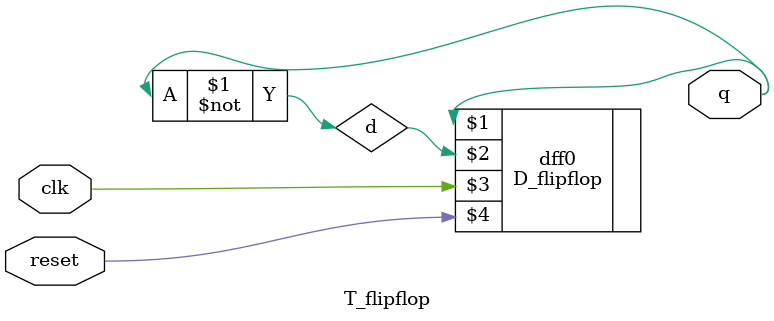
<source format=v>
module T_flipflop(output q, input clk,reset);
wire d;
D_flipflop dff0(q,d,clk,reset);
not n1(d,q);
endmodule
</source>
